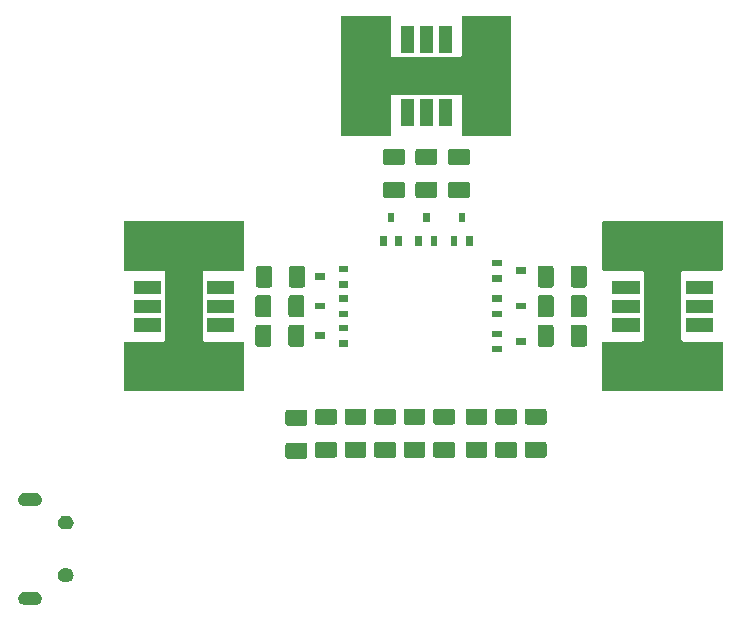
<source format=gbr>
G04 #@! TF.GenerationSoftware,KiCad,Pcbnew,5.1.6*
G04 #@! TF.CreationDate,2020-07-28T12:29:14+02:00*
G04 #@! TF.ProjectId,ESP32_lamp,45535033-325f-46c6-916d-702e6b696361,rev?*
G04 #@! TF.SameCoordinates,Original*
G04 #@! TF.FileFunction,Soldermask,Top*
G04 #@! TF.FilePolarity,Negative*
%FSLAX46Y46*%
G04 Gerber Fmt 4.6, Leading zero omitted, Abs format (unit mm)*
G04 Created by KiCad (PCBNEW 5.1.6) date 2020-07-28 12:29:14*
%MOMM*%
%LPD*%
G01*
G04 APERTURE LIST*
%ADD10C,0.100000*%
G04 APERTURE END LIST*
D10*
G36*
X136000000Y-112000000D02*
G01*
X133000000Y-112000000D01*
X133000000Y-108000000D01*
X136000000Y-108000000D01*
X136000000Y-112000000D01*
G37*
X136000000Y-112000000D02*
X133000000Y-112000000D01*
X133000000Y-108000000D01*
X136000000Y-108000000D01*
X136000000Y-112000000D01*
G36*
X153000000Y-92000000D02*
G01*
X153000000Y-89000000D01*
X157000000Y-89000000D01*
X157000000Y-92000000D01*
X153000000Y-92000000D01*
G37*
X153000000Y-92000000D02*
X153000000Y-89000000D01*
X157000000Y-89000000D01*
X157000000Y-92000000D01*
X153000000Y-92000000D01*
G36*
X173500000Y-108000000D02*
G01*
X176500000Y-108000000D01*
X176500000Y-112000000D01*
X173500000Y-112000000D01*
X173500000Y-108000000D01*
G37*
X173500000Y-108000000D02*
X176500000Y-108000000D01*
X176500000Y-112000000D01*
X173500000Y-112000000D01*
X173500000Y-108000000D01*
G36*
X122008015Y-134181973D02*
G01*
X122111879Y-134213479D01*
X122139055Y-134228005D01*
X122207600Y-134264643D01*
X122291501Y-134333499D01*
X122360357Y-134417400D01*
X122396995Y-134485945D01*
X122411521Y-134513121D01*
X122443027Y-134616985D01*
X122453666Y-134725000D01*
X122443027Y-134833015D01*
X122411521Y-134936879D01*
X122411519Y-134936882D01*
X122360357Y-135032600D01*
X122291501Y-135116501D01*
X122207600Y-135185357D01*
X122139055Y-135221995D01*
X122111879Y-135236521D01*
X122008015Y-135268027D01*
X121927067Y-135276000D01*
X120972933Y-135276000D01*
X120891985Y-135268027D01*
X120788121Y-135236521D01*
X120760945Y-135221995D01*
X120692400Y-135185357D01*
X120608499Y-135116501D01*
X120539643Y-135032600D01*
X120488481Y-134936882D01*
X120488479Y-134936879D01*
X120456973Y-134833015D01*
X120446334Y-134725000D01*
X120456973Y-134616985D01*
X120488479Y-134513121D01*
X120503005Y-134485945D01*
X120539643Y-134417400D01*
X120608499Y-134333499D01*
X120692400Y-134264643D01*
X120760945Y-134228005D01*
X120788121Y-134213479D01*
X120891985Y-134181973D01*
X120972933Y-134174000D01*
X121927067Y-134174000D01*
X122008015Y-134181973D01*
G37*
G36*
X124662916Y-132207334D02*
G01*
X124771492Y-132240271D01*
X124771495Y-132240272D01*
X124807601Y-132259571D01*
X124871557Y-132293756D01*
X124959264Y-132365736D01*
X125031244Y-132453443D01*
X125065429Y-132517399D01*
X125084728Y-132553505D01*
X125084729Y-132553508D01*
X125117666Y-132662084D01*
X125128787Y-132775000D01*
X125117666Y-132887916D01*
X125084729Y-132996492D01*
X125084728Y-132996495D01*
X125065429Y-133032601D01*
X125031244Y-133096557D01*
X124959264Y-133184264D01*
X124871557Y-133256244D01*
X124807601Y-133290429D01*
X124771495Y-133309728D01*
X124771492Y-133309729D01*
X124662916Y-133342666D01*
X124578298Y-133351000D01*
X124321702Y-133351000D01*
X124237084Y-133342666D01*
X124128508Y-133309729D01*
X124128505Y-133309728D01*
X124092399Y-133290429D01*
X124028443Y-133256244D01*
X123940736Y-133184264D01*
X123868756Y-133096557D01*
X123834571Y-133032601D01*
X123815272Y-132996495D01*
X123815271Y-132996492D01*
X123782334Y-132887916D01*
X123771213Y-132775000D01*
X123782334Y-132662084D01*
X123815271Y-132553508D01*
X123815272Y-132553505D01*
X123834571Y-132517399D01*
X123868756Y-132453443D01*
X123940736Y-132365736D01*
X124028443Y-132293756D01*
X124092399Y-132259571D01*
X124128505Y-132240272D01*
X124128508Y-132240271D01*
X124237084Y-132207334D01*
X124321702Y-132199000D01*
X124578298Y-132199000D01*
X124662916Y-132207334D01*
G37*
G36*
X124662916Y-127757334D02*
G01*
X124771492Y-127790271D01*
X124771495Y-127790272D01*
X124807601Y-127809571D01*
X124871557Y-127843756D01*
X124959264Y-127915736D01*
X125031244Y-128003443D01*
X125065429Y-128067399D01*
X125084728Y-128103505D01*
X125084729Y-128103508D01*
X125117666Y-128212084D01*
X125128787Y-128325000D01*
X125117666Y-128437916D01*
X125084729Y-128546492D01*
X125084728Y-128546495D01*
X125065429Y-128582601D01*
X125031244Y-128646557D01*
X124959264Y-128734264D01*
X124871557Y-128806244D01*
X124807601Y-128840429D01*
X124771495Y-128859728D01*
X124771492Y-128859729D01*
X124662916Y-128892666D01*
X124578298Y-128901000D01*
X124321702Y-128901000D01*
X124237084Y-128892666D01*
X124128508Y-128859729D01*
X124128505Y-128859728D01*
X124092399Y-128840429D01*
X124028443Y-128806244D01*
X123940736Y-128734264D01*
X123868756Y-128646557D01*
X123834571Y-128582601D01*
X123815272Y-128546495D01*
X123815271Y-128546492D01*
X123782334Y-128437916D01*
X123771213Y-128325000D01*
X123782334Y-128212084D01*
X123815271Y-128103508D01*
X123815272Y-128103505D01*
X123834571Y-128067399D01*
X123868756Y-128003443D01*
X123940736Y-127915736D01*
X124028443Y-127843756D01*
X124092399Y-127809571D01*
X124128505Y-127790272D01*
X124128508Y-127790271D01*
X124237084Y-127757334D01*
X124321702Y-127749000D01*
X124578298Y-127749000D01*
X124662916Y-127757334D01*
G37*
G36*
X122008015Y-125831973D02*
G01*
X122111879Y-125863479D01*
X122139055Y-125878005D01*
X122207600Y-125914643D01*
X122291501Y-125983499D01*
X122360357Y-126067400D01*
X122396995Y-126135945D01*
X122411521Y-126163121D01*
X122443027Y-126266985D01*
X122453666Y-126375000D01*
X122443027Y-126483015D01*
X122411521Y-126586879D01*
X122411519Y-126586882D01*
X122360357Y-126682600D01*
X122291501Y-126766501D01*
X122207600Y-126835357D01*
X122139055Y-126871995D01*
X122111879Y-126886521D01*
X122008015Y-126918027D01*
X121927067Y-126926000D01*
X120972933Y-126926000D01*
X120891985Y-126918027D01*
X120788121Y-126886521D01*
X120760945Y-126871995D01*
X120692400Y-126835357D01*
X120608499Y-126766501D01*
X120539643Y-126682600D01*
X120488481Y-126586882D01*
X120488479Y-126586879D01*
X120456973Y-126483015D01*
X120446334Y-126375000D01*
X120456973Y-126266985D01*
X120488479Y-126163121D01*
X120503005Y-126135945D01*
X120539643Y-126067400D01*
X120608499Y-125983499D01*
X120692400Y-125914643D01*
X120760945Y-125878005D01*
X120788121Y-125863479D01*
X120891985Y-125831973D01*
X120972933Y-125824000D01*
X121927067Y-125824000D01*
X122008015Y-125831973D01*
G37*
G36*
X144768604Y-121578347D02*
G01*
X144805144Y-121589432D01*
X144838821Y-121607433D01*
X144868341Y-121631659D01*
X144892567Y-121661179D01*
X144910568Y-121694856D01*
X144921653Y-121731396D01*
X144926000Y-121775538D01*
X144926000Y-122724462D01*
X144921653Y-122768604D01*
X144910568Y-122805144D01*
X144892567Y-122838821D01*
X144868341Y-122868341D01*
X144838821Y-122892567D01*
X144805144Y-122910568D01*
X144768604Y-122921653D01*
X144724462Y-122926000D01*
X143275538Y-122926000D01*
X143231396Y-122921653D01*
X143194856Y-122910568D01*
X143161179Y-122892567D01*
X143131659Y-122868341D01*
X143107433Y-122838821D01*
X143089432Y-122805144D01*
X143078347Y-122768604D01*
X143074000Y-122724462D01*
X143074000Y-121775538D01*
X143078347Y-121731396D01*
X143089432Y-121694856D01*
X143107433Y-121661179D01*
X143131659Y-121631659D01*
X143161179Y-121607433D01*
X143194856Y-121589432D01*
X143231396Y-121578347D01*
X143275538Y-121574000D01*
X144724462Y-121574000D01*
X144768604Y-121578347D01*
G37*
G36*
X165018604Y-121478347D02*
G01*
X165055144Y-121489432D01*
X165088821Y-121507433D01*
X165118341Y-121531659D01*
X165142567Y-121561179D01*
X165160568Y-121594856D01*
X165171653Y-121631396D01*
X165176000Y-121675538D01*
X165176000Y-122624462D01*
X165171653Y-122668604D01*
X165160568Y-122705144D01*
X165142567Y-122738821D01*
X165118341Y-122768341D01*
X165088821Y-122792567D01*
X165055144Y-122810568D01*
X165018604Y-122821653D01*
X164974462Y-122826000D01*
X163525538Y-122826000D01*
X163481396Y-122821653D01*
X163444856Y-122810568D01*
X163411179Y-122792567D01*
X163381659Y-122768341D01*
X163357433Y-122738821D01*
X163339432Y-122705144D01*
X163328347Y-122668604D01*
X163324000Y-122624462D01*
X163324000Y-121675538D01*
X163328347Y-121631396D01*
X163339432Y-121594856D01*
X163357433Y-121561179D01*
X163381659Y-121531659D01*
X163411179Y-121507433D01*
X163444856Y-121489432D01*
X163481396Y-121478347D01*
X163525538Y-121474000D01*
X164974462Y-121474000D01*
X165018604Y-121478347D01*
G37*
G36*
X147268604Y-121478347D02*
G01*
X147305144Y-121489432D01*
X147338821Y-121507433D01*
X147368341Y-121531659D01*
X147392567Y-121561179D01*
X147410568Y-121594856D01*
X147421653Y-121631396D01*
X147426000Y-121675538D01*
X147426000Y-122624462D01*
X147421653Y-122668604D01*
X147410568Y-122705144D01*
X147392567Y-122738821D01*
X147368341Y-122768341D01*
X147338821Y-122792567D01*
X147305144Y-122810568D01*
X147268604Y-122821653D01*
X147224462Y-122826000D01*
X145775538Y-122826000D01*
X145731396Y-122821653D01*
X145694856Y-122810568D01*
X145661179Y-122792567D01*
X145631659Y-122768341D01*
X145607433Y-122738821D01*
X145589432Y-122705144D01*
X145578347Y-122668604D01*
X145574000Y-122624462D01*
X145574000Y-121675538D01*
X145578347Y-121631396D01*
X145589432Y-121594856D01*
X145607433Y-121561179D01*
X145631659Y-121531659D01*
X145661179Y-121507433D01*
X145694856Y-121489432D01*
X145731396Y-121478347D01*
X145775538Y-121474000D01*
X147224462Y-121474000D01*
X147268604Y-121478347D01*
G37*
G36*
X149768604Y-121478347D02*
G01*
X149805144Y-121489432D01*
X149838821Y-121507433D01*
X149868341Y-121531659D01*
X149892567Y-121561179D01*
X149910568Y-121594856D01*
X149921653Y-121631396D01*
X149926000Y-121675538D01*
X149926000Y-122624462D01*
X149921653Y-122668604D01*
X149910568Y-122705144D01*
X149892567Y-122738821D01*
X149868341Y-122768341D01*
X149838821Y-122792567D01*
X149805144Y-122810568D01*
X149768604Y-122821653D01*
X149724462Y-122826000D01*
X148275538Y-122826000D01*
X148231396Y-122821653D01*
X148194856Y-122810568D01*
X148161179Y-122792567D01*
X148131659Y-122768341D01*
X148107433Y-122738821D01*
X148089432Y-122705144D01*
X148078347Y-122668604D01*
X148074000Y-122624462D01*
X148074000Y-121675538D01*
X148078347Y-121631396D01*
X148089432Y-121594856D01*
X148107433Y-121561179D01*
X148131659Y-121531659D01*
X148161179Y-121507433D01*
X148194856Y-121489432D01*
X148231396Y-121478347D01*
X148275538Y-121474000D01*
X149724462Y-121474000D01*
X149768604Y-121478347D01*
G37*
G36*
X160018604Y-121478347D02*
G01*
X160055144Y-121489432D01*
X160088821Y-121507433D01*
X160118341Y-121531659D01*
X160142567Y-121561179D01*
X160160568Y-121594856D01*
X160171653Y-121631396D01*
X160176000Y-121675538D01*
X160176000Y-122624462D01*
X160171653Y-122668604D01*
X160160568Y-122705144D01*
X160142567Y-122738821D01*
X160118341Y-122768341D01*
X160088821Y-122792567D01*
X160055144Y-122810568D01*
X160018604Y-122821653D01*
X159974462Y-122826000D01*
X158525538Y-122826000D01*
X158481396Y-122821653D01*
X158444856Y-122810568D01*
X158411179Y-122792567D01*
X158381659Y-122768341D01*
X158357433Y-122738821D01*
X158339432Y-122705144D01*
X158328347Y-122668604D01*
X158324000Y-122624462D01*
X158324000Y-121675538D01*
X158328347Y-121631396D01*
X158339432Y-121594856D01*
X158357433Y-121561179D01*
X158381659Y-121531659D01*
X158411179Y-121507433D01*
X158444856Y-121489432D01*
X158481396Y-121478347D01*
X158525538Y-121474000D01*
X159974462Y-121474000D01*
X160018604Y-121478347D01*
G37*
G36*
X152268604Y-121478347D02*
G01*
X152305144Y-121489432D01*
X152338821Y-121507433D01*
X152368341Y-121531659D01*
X152392567Y-121561179D01*
X152410568Y-121594856D01*
X152421653Y-121631396D01*
X152426000Y-121675538D01*
X152426000Y-122624462D01*
X152421653Y-122668604D01*
X152410568Y-122705144D01*
X152392567Y-122738821D01*
X152368341Y-122768341D01*
X152338821Y-122792567D01*
X152305144Y-122810568D01*
X152268604Y-122821653D01*
X152224462Y-122826000D01*
X150775538Y-122826000D01*
X150731396Y-122821653D01*
X150694856Y-122810568D01*
X150661179Y-122792567D01*
X150631659Y-122768341D01*
X150607433Y-122738821D01*
X150589432Y-122705144D01*
X150578347Y-122668604D01*
X150574000Y-122624462D01*
X150574000Y-121675538D01*
X150578347Y-121631396D01*
X150589432Y-121594856D01*
X150607433Y-121561179D01*
X150631659Y-121531659D01*
X150661179Y-121507433D01*
X150694856Y-121489432D01*
X150731396Y-121478347D01*
X150775538Y-121474000D01*
X152224462Y-121474000D01*
X152268604Y-121478347D01*
G37*
G36*
X157268604Y-121478347D02*
G01*
X157305144Y-121489432D01*
X157338821Y-121507433D01*
X157368341Y-121531659D01*
X157392567Y-121561179D01*
X157410568Y-121594856D01*
X157421653Y-121631396D01*
X157426000Y-121675538D01*
X157426000Y-122624462D01*
X157421653Y-122668604D01*
X157410568Y-122705144D01*
X157392567Y-122738821D01*
X157368341Y-122768341D01*
X157338821Y-122792567D01*
X157305144Y-122810568D01*
X157268604Y-122821653D01*
X157224462Y-122826000D01*
X155775538Y-122826000D01*
X155731396Y-122821653D01*
X155694856Y-122810568D01*
X155661179Y-122792567D01*
X155631659Y-122768341D01*
X155607433Y-122738821D01*
X155589432Y-122705144D01*
X155578347Y-122668604D01*
X155574000Y-122624462D01*
X155574000Y-121675538D01*
X155578347Y-121631396D01*
X155589432Y-121594856D01*
X155607433Y-121561179D01*
X155631659Y-121531659D01*
X155661179Y-121507433D01*
X155694856Y-121489432D01*
X155731396Y-121478347D01*
X155775538Y-121474000D01*
X157224462Y-121474000D01*
X157268604Y-121478347D01*
G37*
G36*
X162518604Y-121478347D02*
G01*
X162555144Y-121489432D01*
X162588821Y-121507433D01*
X162618341Y-121531659D01*
X162642567Y-121561179D01*
X162660568Y-121594856D01*
X162671653Y-121631396D01*
X162676000Y-121675538D01*
X162676000Y-122624462D01*
X162671653Y-122668604D01*
X162660568Y-122705144D01*
X162642567Y-122738821D01*
X162618341Y-122768341D01*
X162588821Y-122792567D01*
X162555144Y-122810568D01*
X162518604Y-122821653D01*
X162474462Y-122826000D01*
X161025538Y-122826000D01*
X160981396Y-122821653D01*
X160944856Y-122810568D01*
X160911179Y-122792567D01*
X160881659Y-122768341D01*
X160857433Y-122738821D01*
X160839432Y-122705144D01*
X160828347Y-122668604D01*
X160824000Y-122624462D01*
X160824000Y-121675538D01*
X160828347Y-121631396D01*
X160839432Y-121594856D01*
X160857433Y-121561179D01*
X160881659Y-121531659D01*
X160911179Y-121507433D01*
X160944856Y-121489432D01*
X160981396Y-121478347D01*
X161025538Y-121474000D01*
X162474462Y-121474000D01*
X162518604Y-121478347D01*
G37*
G36*
X154768604Y-121478347D02*
G01*
X154805144Y-121489432D01*
X154838821Y-121507433D01*
X154868341Y-121531659D01*
X154892567Y-121561179D01*
X154910568Y-121594856D01*
X154921653Y-121631396D01*
X154926000Y-121675538D01*
X154926000Y-122624462D01*
X154921653Y-122668604D01*
X154910568Y-122705144D01*
X154892567Y-122738821D01*
X154868341Y-122768341D01*
X154838821Y-122792567D01*
X154805144Y-122810568D01*
X154768604Y-122821653D01*
X154724462Y-122826000D01*
X153275538Y-122826000D01*
X153231396Y-122821653D01*
X153194856Y-122810568D01*
X153161179Y-122792567D01*
X153131659Y-122768341D01*
X153107433Y-122738821D01*
X153089432Y-122705144D01*
X153078347Y-122668604D01*
X153074000Y-122624462D01*
X153074000Y-121675538D01*
X153078347Y-121631396D01*
X153089432Y-121594856D01*
X153107433Y-121561179D01*
X153131659Y-121531659D01*
X153161179Y-121507433D01*
X153194856Y-121489432D01*
X153231396Y-121478347D01*
X153275538Y-121474000D01*
X154724462Y-121474000D01*
X154768604Y-121478347D01*
G37*
G36*
X144768604Y-118778347D02*
G01*
X144805144Y-118789432D01*
X144838821Y-118807433D01*
X144868341Y-118831659D01*
X144892567Y-118861179D01*
X144910568Y-118894856D01*
X144921653Y-118931396D01*
X144926000Y-118975538D01*
X144926000Y-119924462D01*
X144921653Y-119968604D01*
X144910568Y-120005144D01*
X144892567Y-120038821D01*
X144868341Y-120068341D01*
X144838821Y-120092567D01*
X144805144Y-120110568D01*
X144768604Y-120121653D01*
X144724462Y-120126000D01*
X143275538Y-120126000D01*
X143231396Y-120121653D01*
X143194856Y-120110568D01*
X143161179Y-120092567D01*
X143131659Y-120068341D01*
X143107433Y-120038821D01*
X143089432Y-120005144D01*
X143078347Y-119968604D01*
X143074000Y-119924462D01*
X143074000Y-118975538D01*
X143078347Y-118931396D01*
X143089432Y-118894856D01*
X143107433Y-118861179D01*
X143131659Y-118831659D01*
X143161179Y-118807433D01*
X143194856Y-118789432D01*
X143231396Y-118778347D01*
X143275538Y-118774000D01*
X144724462Y-118774000D01*
X144768604Y-118778347D01*
G37*
G36*
X154768604Y-118678347D02*
G01*
X154805144Y-118689432D01*
X154838821Y-118707433D01*
X154868341Y-118731659D01*
X154892567Y-118761179D01*
X154910568Y-118794856D01*
X154921653Y-118831396D01*
X154926000Y-118875538D01*
X154926000Y-119824462D01*
X154921653Y-119868604D01*
X154910568Y-119905144D01*
X154892567Y-119938821D01*
X154868341Y-119968341D01*
X154838821Y-119992567D01*
X154805144Y-120010568D01*
X154768604Y-120021653D01*
X154724462Y-120026000D01*
X153275538Y-120026000D01*
X153231396Y-120021653D01*
X153194856Y-120010568D01*
X153161179Y-119992567D01*
X153131659Y-119968341D01*
X153107433Y-119938821D01*
X153089432Y-119905144D01*
X153078347Y-119868604D01*
X153074000Y-119824462D01*
X153074000Y-118875538D01*
X153078347Y-118831396D01*
X153089432Y-118794856D01*
X153107433Y-118761179D01*
X153131659Y-118731659D01*
X153161179Y-118707433D01*
X153194856Y-118689432D01*
X153231396Y-118678347D01*
X153275538Y-118674000D01*
X154724462Y-118674000D01*
X154768604Y-118678347D01*
G37*
G36*
X147268604Y-118678347D02*
G01*
X147305144Y-118689432D01*
X147338821Y-118707433D01*
X147368341Y-118731659D01*
X147392567Y-118761179D01*
X147410568Y-118794856D01*
X147421653Y-118831396D01*
X147426000Y-118875538D01*
X147426000Y-119824462D01*
X147421653Y-119868604D01*
X147410568Y-119905144D01*
X147392567Y-119938821D01*
X147368341Y-119968341D01*
X147338821Y-119992567D01*
X147305144Y-120010568D01*
X147268604Y-120021653D01*
X147224462Y-120026000D01*
X145775538Y-120026000D01*
X145731396Y-120021653D01*
X145694856Y-120010568D01*
X145661179Y-119992567D01*
X145631659Y-119968341D01*
X145607433Y-119938821D01*
X145589432Y-119905144D01*
X145578347Y-119868604D01*
X145574000Y-119824462D01*
X145574000Y-118875538D01*
X145578347Y-118831396D01*
X145589432Y-118794856D01*
X145607433Y-118761179D01*
X145631659Y-118731659D01*
X145661179Y-118707433D01*
X145694856Y-118689432D01*
X145731396Y-118678347D01*
X145775538Y-118674000D01*
X147224462Y-118674000D01*
X147268604Y-118678347D01*
G37*
G36*
X152268604Y-118678347D02*
G01*
X152305144Y-118689432D01*
X152338821Y-118707433D01*
X152368341Y-118731659D01*
X152392567Y-118761179D01*
X152410568Y-118794856D01*
X152421653Y-118831396D01*
X152426000Y-118875538D01*
X152426000Y-119824462D01*
X152421653Y-119868604D01*
X152410568Y-119905144D01*
X152392567Y-119938821D01*
X152368341Y-119968341D01*
X152338821Y-119992567D01*
X152305144Y-120010568D01*
X152268604Y-120021653D01*
X152224462Y-120026000D01*
X150775538Y-120026000D01*
X150731396Y-120021653D01*
X150694856Y-120010568D01*
X150661179Y-119992567D01*
X150631659Y-119968341D01*
X150607433Y-119938821D01*
X150589432Y-119905144D01*
X150578347Y-119868604D01*
X150574000Y-119824462D01*
X150574000Y-118875538D01*
X150578347Y-118831396D01*
X150589432Y-118794856D01*
X150607433Y-118761179D01*
X150631659Y-118731659D01*
X150661179Y-118707433D01*
X150694856Y-118689432D01*
X150731396Y-118678347D01*
X150775538Y-118674000D01*
X152224462Y-118674000D01*
X152268604Y-118678347D01*
G37*
G36*
X165018604Y-118678347D02*
G01*
X165055144Y-118689432D01*
X165088821Y-118707433D01*
X165118341Y-118731659D01*
X165142567Y-118761179D01*
X165160568Y-118794856D01*
X165171653Y-118831396D01*
X165176000Y-118875538D01*
X165176000Y-119824462D01*
X165171653Y-119868604D01*
X165160568Y-119905144D01*
X165142567Y-119938821D01*
X165118341Y-119968341D01*
X165088821Y-119992567D01*
X165055144Y-120010568D01*
X165018604Y-120021653D01*
X164974462Y-120026000D01*
X163525538Y-120026000D01*
X163481396Y-120021653D01*
X163444856Y-120010568D01*
X163411179Y-119992567D01*
X163381659Y-119968341D01*
X163357433Y-119938821D01*
X163339432Y-119905144D01*
X163328347Y-119868604D01*
X163324000Y-119824462D01*
X163324000Y-118875538D01*
X163328347Y-118831396D01*
X163339432Y-118794856D01*
X163357433Y-118761179D01*
X163381659Y-118731659D01*
X163411179Y-118707433D01*
X163444856Y-118689432D01*
X163481396Y-118678347D01*
X163525538Y-118674000D01*
X164974462Y-118674000D01*
X165018604Y-118678347D01*
G37*
G36*
X160018604Y-118678347D02*
G01*
X160055144Y-118689432D01*
X160088821Y-118707433D01*
X160118341Y-118731659D01*
X160142567Y-118761179D01*
X160160568Y-118794856D01*
X160171653Y-118831396D01*
X160176000Y-118875538D01*
X160176000Y-119824462D01*
X160171653Y-119868604D01*
X160160568Y-119905144D01*
X160142567Y-119938821D01*
X160118341Y-119968341D01*
X160088821Y-119992567D01*
X160055144Y-120010568D01*
X160018604Y-120021653D01*
X159974462Y-120026000D01*
X158525538Y-120026000D01*
X158481396Y-120021653D01*
X158444856Y-120010568D01*
X158411179Y-119992567D01*
X158381659Y-119968341D01*
X158357433Y-119938821D01*
X158339432Y-119905144D01*
X158328347Y-119868604D01*
X158324000Y-119824462D01*
X158324000Y-118875538D01*
X158328347Y-118831396D01*
X158339432Y-118794856D01*
X158357433Y-118761179D01*
X158381659Y-118731659D01*
X158411179Y-118707433D01*
X158444856Y-118689432D01*
X158481396Y-118678347D01*
X158525538Y-118674000D01*
X159974462Y-118674000D01*
X160018604Y-118678347D01*
G37*
G36*
X162518604Y-118678347D02*
G01*
X162555144Y-118689432D01*
X162588821Y-118707433D01*
X162618341Y-118731659D01*
X162642567Y-118761179D01*
X162660568Y-118794856D01*
X162671653Y-118831396D01*
X162676000Y-118875538D01*
X162676000Y-119824462D01*
X162671653Y-119868604D01*
X162660568Y-119905144D01*
X162642567Y-119938821D01*
X162618341Y-119968341D01*
X162588821Y-119992567D01*
X162555144Y-120010568D01*
X162518604Y-120021653D01*
X162474462Y-120026000D01*
X161025538Y-120026000D01*
X160981396Y-120021653D01*
X160944856Y-120010568D01*
X160911179Y-119992567D01*
X160881659Y-119968341D01*
X160857433Y-119938821D01*
X160839432Y-119905144D01*
X160828347Y-119868604D01*
X160824000Y-119824462D01*
X160824000Y-118875538D01*
X160828347Y-118831396D01*
X160839432Y-118794856D01*
X160857433Y-118761179D01*
X160881659Y-118731659D01*
X160911179Y-118707433D01*
X160944856Y-118689432D01*
X160981396Y-118678347D01*
X161025538Y-118674000D01*
X162474462Y-118674000D01*
X162518604Y-118678347D01*
G37*
G36*
X157268604Y-118678347D02*
G01*
X157305144Y-118689432D01*
X157338821Y-118707433D01*
X157368341Y-118731659D01*
X157392567Y-118761179D01*
X157410568Y-118794856D01*
X157421653Y-118831396D01*
X157426000Y-118875538D01*
X157426000Y-119824462D01*
X157421653Y-119868604D01*
X157410568Y-119905144D01*
X157392567Y-119938821D01*
X157368341Y-119968341D01*
X157338821Y-119992567D01*
X157305144Y-120010568D01*
X157268604Y-120021653D01*
X157224462Y-120026000D01*
X155775538Y-120026000D01*
X155731396Y-120021653D01*
X155694856Y-120010568D01*
X155661179Y-119992567D01*
X155631659Y-119968341D01*
X155607433Y-119938821D01*
X155589432Y-119905144D01*
X155578347Y-119868604D01*
X155574000Y-119824462D01*
X155574000Y-118875538D01*
X155578347Y-118831396D01*
X155589432Y-118794856D01*
X155607433Y-118761179D01*
X155631659Y-118731659D01*
X155661179Y-118707433D01*
X155694856Y-118689432D01*
X155731396Y-118678347D01*
X155775538Y-118674000D01*
X157224462Y-118674000D01*
X157268604Y-118678347D01*
G37*
G36*
X149768604Y-118678347D02*
G01*
X149805144Y-118689432D01*
X149838821Y-118707433D01*
X149868341Y-118731659D01*
X149892567Y-118761179D01*
X149910568Y-118794856D01*
X149921653Y-118831396D01*
X149926000Y-118875538D01*
X149926000Y-119824462D01*
X149921653Y-119868604D01*
X149910568Y-119905144D01*
X149892567Y-119938821D01*
X149868341Y-119968341D01*
X149838821Y-119992567D01*
X149805144Y-120010568D01*
X149768604Y-120021653D01*
X149724462Y-120026000D01*
X148275538Y-120026000D01*
X148231396Y-120021653D01*
X148194856Y-120010568D01*
X148161179Y-119992567D01*
X148131659Y-119968341D01*
X148107433Y-119938821D01*
X148089432Y-119905144D01*
X148078347Y-119868604D01*
X148074000Y-119824462D01*
X148074000Y-118875538D01*
X148078347Y-118831396D01*
X148089432Y-118794856D01*
X148107433Y-118761179D01*
X148131659Y-118731659D01*
X148161179Y-118707433D01*
X148194856Y-118689432D01*
X148231396Y-118678347D01*
X148275538Y-118674000D01*
X149724462Y-118674000D01*
X149768604Y-118678347D01*
G37*
G36*
X180008126Y-102798698D02*
G01*
X180008730Y-102798757D01*
X180029460Y-102802881D01*
X180047842Y-102810495D01*
X180064386Y-102821550D01*
X180078450Y-102835614D01*
X180089505Y-102852158D01*
X180097119Y-102870540D01*
X180101243Y-102891270D01*
X180101302Y-102891874D01*
X180101852Y-102903062D01*
X180101852Y-106896938D01*
X180101302Y-106908126D01*
X180101243Y-106908730D01*
X180097119Y-106929460D01*
X180089505Y-106947842D01*
X180078450Y-106964386D01*
X180064386Y-106978450D01*
X180047842Y-106989505D01*
X180029460Y-106997119D01*
X180008730Y-107001243D01*
X180008126Y-107001302D01*
X179996938Y-107001852D01*
X176726851Y-107001852D01*
X176702465Y-107004254D01*
X176679016Y-107011367D01*
X176657405Y-107022918D01*
X176638463Y-107038463D01*
X176622918Y-107057405D01*
X176611367Y-107079016D01*
X176604254Y-107102465D01*
X176601852Y-107126851D01*
X176601852Y-112873149D01*
X176604254Y-112897535D01*
X176611367Y-112920984D01*
X176622918Y-112942595D01*
X176638463Y-112961537D01*
X176657405Y-112977082D01*
X176679016Y-112988633D01*
X176702465Y-112995746D01*
X176726851Y-112998148D01*
X179996938Y-112998148D01*
X180008126Y-112998698D01*
X180008730Y-112998757D01*
X180029460Y-113002881D01*
X180047842Y-113010495D01*
X180064386Y-113021550D01*
X180078450Y-113035614D01*
X180089505Y-113052158D01*
X180097119Y-113070540D01*
X180101243Y-113091270D01*
X180101302Y-113091874D01*
X180101852Y-113103062D01*
X180101852Y-117096938D01*
X180101302Y-117108126D01*
X180101243Y-117108730D01*
X180097119Y-117129460D01*
X180089505Y-117147842D01*
X180078450Y-117164386D01*
X180064386Y-117178450D01*
X180047842Y-117189505D01*
X180029460Y-117197119D01*
X180008730Y-117201243D01*
X180008126Y-117201302D01*
X179996938Y-117201852D01*
X170003062Y-117201852D01*
X169991874Y-117201302D01*
X169991270Y-117201243D01*
X169970540Y-117197119D01*
X169952158Y-117189505D01*
X169935614Y-117178450D01*
X169921550Y-117164386D01*
X169910495Y-117147842D01*
X169902881Y-117129460D01*
X169898757Y-117108730D01*
X169898698Y-117108126D01*
X169898148Y-117096938D01*
X169898148Y-113103062D01*
X169898698Y-113091874D01*
X169898757Y-113091270D01*
X169902881Y-113070540D01*
X169910495Y-113052158D01*
X169921550Y-113035614D01*
X169935614Y-113021550D01*
X169952158Y-113010495D01*
X169970540Y-113002881D01*
X169991270Y-112998757D01*
X169991874Y-112998698D01*
X170003062Y-112998148D01*
X173273149Y-112998148D01*
X173297535Y-112995746D01*
X173320984Y-112988633D01*
X173342595Y-112977082D01*
X173361537Y-112961537D01*
X173377082Y-112942595D01*
X173388633Y-112920984D01*
X173395746Y-112897535D01*
X173398148Y-112873149D01*
X173398148Y-107126851D01*
X173395746Y-107102465D01*
X173388633Y-107079016D01*
X173377082Y-107057405D01*
X173361537Y-107038463D01*
X173342595Y-107022918D01*
X173320984Y-107011367D01*
X173297535Y-107004254D01*
X173273149Y-107001852D01*
X170003062Y-107001852D01*
X169991874Y-107001302D01*
X169991270Y-107001243D01*
X169970540Y-106997119D01*
X169952158Y-106989505D01*
X169935614Y-106978450D01*
X169921550Y-106964386D01*
X169910495Y-106947842D01*
X169902881Y-106929460D01*
X169898757Y-106908730D01*
X169898698Y-106908126D01*
X169898148Y-106896938D01*
X169898148Y-102903062D01*
X169898698Y-102891874D01*
X169898757Y-102891270D01*
X169902881Y-102870540D01*
X169910495Y-102852158D01*
X169921550Y-102835614D01*
X169935614Y-102821550D01*
X169952158Y-102810495D01*
X169970540Y-102802881D01*
X169991270Y-102798757D01*
X169991874Y-102798698D01*
X170003062Y-102798148D01*
X179996938Y-102798148D01*
X180008126Y-102798698D01*
G37*
G36*
X139508126Y-102798698D02*
G01*
X139508730Y-102798757D01*
X139529460Y-102802881D01*
X139547842Y-102810495D01*
X139564386Y-102821550D01*
X139578450Y-102835614D01*
X139589505Y-102852158D01*
X139597119Y-102870540D01*
X139601243Y-102891270D01*
X139601302Y-102891874D01*
X139601852Y-102903062D01*
X139601852Y-106896938D01*
X139601302Y-106908126D01*
X139601243Y-106908730D01*
X139597119Y-106929460D01*
X139589505Y-106947842D01*
X139578450Y-106964386D01*
X139564386Y-106978450D01*
X139547842Y-106989505D01*
X139529460Y-106997119D01*
X139508730Y-107001243D01*
X139508126Y-107001302D01*
X139496938Y-107001852D01*
X136226851Y-107001852D01*
X136202465Y-107004254D01*
X136179016Y-107011367D01*
X136157405Y-107022918D01*
X136138463Y-107038463D01*
X136122918Y-107057405D01*
X136111367Y-107079016D01*
X136104254Y-107102465D01*
X136101852Y-107126851D01*
X136101852Y-112873149D01*
X136104254Y-112897535D01*
X136111367Y-112920984D01*
X136122918Y-112942595D01*
X136138463Y-112961537D01*
X136157405Y-112977082D01*
X136179016Y-112988633D01*
X136202465Y-112995746D01*
X136226851Y-112998148D01*
X139496938Y-112998148D01*
X139508126Y-112998698D01*
X139508730Y-112998757D01*
X139529460Y-113002881D01*
X139547842Y-113010495D01*
X139564386Y-113021550D01*
X139578450Y-113035614D01*
X139589505Y-113052158D01*
X139597119Y-113070540D01*
X139601243Y-113091270D01*
X139601302Y-113091874D01*
X139601852Y-113103062D01*
X139601852Y-117096938D01*
X139601302Y-117108126D01*
X139601243Y-117108730D01*
X139597119Y-117129460D01*
X139589505Y-117147842D01*
X139578450Y-117164386D01*
X139564386Y-117178450D01*
X139547842Y-117189505D01*
X139529460Y-117197119D01*
X139508730Y-117201243D01*
X139508126Y-117201302D01*
X139496938Y-117201852D01*
X129503062Y-117201852D01*
X129491874Y-117201302D01*
X129491270Y-117201243D01*
X129470540Y-117197119D01*
X129452158Y-117189505D01*
X129435614Y-117178450D01*
X129421550Y-117164386D01*
X129410495Y-117147842D01*
X129402881Y-117129460D01*
X129398757Y-117108730D01*
X129398698Y-117108126D01*
X129398148Y-117096938D01*
X129398148Y-113103062D01*
X129398698Y-113091874D01*
X129398757Y-113091270D01*
X129402881Y-113070540D01*
X129410495Y-113052158D01*
X129421550Y-113035614D01*
X129435614Y-113021550D01*
X129452158Y-113010495D01*
X129470540Y-113002881D01*
X129491270Y-112998757D01*
X129491874Y-112998698D01*
X129503062Y-112998148D01*
X132773149Y-112998148D01*
X132797535Y-112995746D01*
X132820984Y-112988633D01*
X132842595Y-112977082D01*
X132861537Y-112961537D01*
X132877082Y-112942595D01*
X132888633Y-112920984D01*
X132895746Y-112897535D01*
X132898148Y-112873149D01*
X132898148Y-107126851D01*
X132895746Y-107102465D01*
X132888633Y-107079016D01*
X132877082Y-107057405D01*
X132861537Y-107038463D01*
X132842595Y-107022918D01*
X132820984Y-107011367D01*
X132797535Y-107004254D01*
X132773149Y-107001852D01*
X129503062Y-107001852D01*
X129491874Y-107001302D01*
X129491270Y-107001243D01*
X129470540Y-106997119D01*
X129452158Y-106989505D01*
X129435614Y-106978450D01*
X129421550Y-106964386D01*
X129410495Y-106947842D01*
X129402881Y-106929460D01*
X129398757Y-106908730D01*
X129398698Y-106908126D01*
X129398148Y-106896938D01*
X129398148Y-102903062D01*
X129398698Y-102891874D01*
X129398757Y-102891270D01*
X129402881Y-102870540D01*
X129410495Y-102852158D01*
X129421550Y-102835614D01*
X129435614Y-102821550D01*
X129452158Y-102810495D01*
X129470540Y-102802881D01*
X129491270Y-102798757D01*
X129491874Y-102798698D01*
X129503062Y-102798148D01*
X139496938Y-102798148D01*
X139508126Y-102798698D01*
G37*
G36*
X161401000Y-113926000D02*
G01*
X160599000Y-113926000D01*
X160599000Y-113374000D01*
X161401000Y-113374000D01*
X161401000Y-113926000D01*
G37*
G36*
X148401000Y-113426000D02*
G01*
X147599000Y-113426000D01*
X147599000Y-112874000D01*
X148401000Y-112874000D01*
X148401000Y-113426000D01*
G37*
G36*
X168418604Y-111578347D02*
G01*
X168455144Y-111589432D01*
X168488821Y-111607433D01*
X168518341Y-111631659D01*
X168542567Y-111661179D01*
X168560568Y-111694856D01*
X168571653Y-111731396D01*
X168576000Y-111775538D01*
X168576000Y-113224462D01*
X168571653Y-113268604D01*
X168560568Y-113305144D01*
X168542567Y-113338821D01*
X168518341Y-113368341D01*
X168488821Y-113392567D01*
X168455144Y-113410568D01*
X168418604Y-113421653D01*
X168374462Y-113426000D01*
X167425538Y-113426000D01*
X167381396Y-113421653D01*
X167344856Y-113410568D01*
X167311179Y-113392567D01*
X167281659Y-113368341D01*
X167257433Y-113338821D01*
X167239432Y-113305144D01*
X167228347Y-113268604D01*
X167224000Y-113224462D01*
X167224000Y-111775538D01*
X167228347Y-111731396D01*
X167239432Y-111694856D01*
X167257433Y-111661179D01*
X167281659Y-111631659D01*
X167311179Y-111607433D01*
X167344856Y-111589432D01*
X167381396Y-111578347D01*
X167425538Y-111574000D01*
X168374462Y-111574000D01*
X168418604Y-111578347D01*
G37*
G36*
X144518604Y-111578347D02*
G01*
X144555144Y-111589432D01*
X144588821Y-111607433D01*
X144618341Y-111631659D01*
X144642567Y-111661179D01*
X144660568Y-111694856D01*
X144671653Y-111731396D01*
X144676000Y-111775538D01*
X144676000Y-113224462D01*
X144671653Y-113268604D01*
X144660568Y-113305144D01*
X144642567Y-113338821D01*
X144618341Y-113368341D01*
X144588821Y-113392567D01*
X144555144Y-113410568D01*
X144518604Y-113421653D01*
X144474462Y-113426000D01*
X143525538Y-113426000D01*
X143481396Y-113421653D01*
X143444856Y-113410568D01*
X143411179Y-113392567D01*
X143381659Y-113368341D01*
X143357433Y-113338821D01*
X143339432Y-113305144D01*
X143328347Y-113268604D01*
X143324000Y-113224462D01*
X143324000Y-111775538D01*
X143328347Y-111731396D01*
X143339432Y-111694856D01*
X143357433Y-111661179D01*
X143381659Y-111631659D01*
X143411179Y-111607433D01*
X143444856Y-111589432D01*
X143481396Y-111578347D01*
X143525538Y-111574000D01*
X144474462Y-111574000D01*
X144518604Y-111578347D01*
G37*
G36*
X165618604Y-111578347D02*
G01*
X165655144Y-111589432D01*
X165688821Y-111607433D01*
X165718341Y-111631659D01*
X165742567Y-111661179D01*
X165760568Y-111694856D01*
X165771653Y-111731396D01*
X165776000Y-111775538D01*
X165776000Y-113224462D01*
X165771653Y-113268604D01*
X165760568Y-113305144D01*
X165742567Y-113338821D01*
X165718341Y-113368341D01*
X165688821Y-113392567D01*
X165655144Y-113410568D01*
X165618604Y-113421653D01*
X165574462Y-113426000D01*
X164625538Y-113426000D01*
X164581396Y-113421653D01*
X164544856Y-113410568D01*
X164511179Y-113392567D01*
X164481659Y-113368341D01*
X164457433Y-113338821D01*
X164439432Y-113305144D01*
X164428347Y-113268604D01*
X164424000Y-113224462D01*
X164424000Y-111775538D01*
X164428347Y-111731396D01*
X164439432Y-111694856D01*
X164457433Y-111661179D01*
X164481659Y-111631659D01*
X164511179Y-111607433D01*
X164544856Y-111589432D01*
X164581396Y-111578347D01*
X164625538Y-111574000D01*
X165574462Y-111574000D01*
X165618604Y-111578347D01*
G37*
G36*
X141718604Y-111578347D02*
G01*
X141755144Y-111589432D01*
X141788821Y-111607433D01*
X141818341Y-111631659D01*
X141842567Y-111661179D01*
X141860568Y-111694856D01*
X141871653Y-111731396D01*
X141876000Y-111775538D01*
X141876000Y-113224462D01*
X141871653Y-113268604D01*
X141860568Y-113305144D01*
X141842567Y-113338821D01*
X141818341Y-113368341D01*
X141788821Y-113392567D01*
X141755144Y-113410568D01*
X141718604Y-113421653D01*
X141674462Y-113426000D01*
X140725538Y-113426000D01*
X140681396Y-113421653D01*
X140644856Y-113410568D01*
X140611179Y-113392567D01*
X140581659Y-113368341D01*
X140557433Y-113338821D01*
X140539432Y-113305144D01*
X140528347Y-113268604D01*
X140524000Y-113224462D01*
X140524000Y-111775538D01*
X140528347Y-111731396D01*
X140539432Y-111694856D01*
X140557433Y-111661179D01*
X140581659Y-111631659D01*
X140611179Y-111607433D01*
X140644856Y-111589432D01*
X140681396Y-111578347D01*
X140725538Y-111574000D01*
X141674462Y-111574000D01*
X141718604Y-111578347D01*
G37*
G36*
X163401000Y-113276000D02*
G01*
X162599000Y-113276000D01*
X162599000Y-112724000D01*
X163401000Y-112724000D01*
X163401000Y-113276000D01*
G37*
G36*
X146401000Y-112776000D02*
G01*
X145599000Y-112776000D01*
X145599000Y-112224000D01*
X146401000Y-112224000D01*
X146401000Y-112776000D01*
G37*
G36*
X161401000Y-112626000D02*
G01*
X160599000Y-112626000D01*
X160599000Y-112074000D01*
X161401000Y-112074000D01*
X161401000Y-112626000D01*
G37*
G36*
X138751000Y-112151000D02*
G01*
X136449000Y-112151000D01*
X136449000Y-111049000D01*
X138751000Y-111049000D01*
X138751000Y-112151000D01*
G37*
G36*
X132551000Y-112151000D02*
G01*
X130249000Y-112151000D01*
X130249000Y-111049000D01*
X132551000Y-111049000D01*
X132551000Y-112151000D01*
G37*
G36*
X173051000Y-112151000D02*
G01*
X170749000Y-112151000D01*
X170749000Y-111049000D01*
X173051000Y-111049000D01*
X173051000Y-112151000D01*
G37*
G36*
X179251000Y-112151000D02*
G01*
X176949000Y-112151000D01*
X176949000Y-111049000D01*
X179251000Y-111049000D01*
X179251000Y-112151000D01*
G37*
G36*
X148401000Y-112126000D02*
G01*
X147599000Y-112126000D01*
X147599000Y-111574000D01*
X148401000Y-111574000D01*
X148401000Y-112126000D01*
G37*
G36*
X165618604Y-109078347D02*
G01*
X165655144Y-109089432D01*
X165688821Y-109107433D01*
X165718341Y-109131659D01*
X165742567Y-109161179D01*
X165760568Y-109194856D01*
X165771653Y-109231396D01*
X165776000Y-109275538D01*
X165776000Y-110724462D01*
X165771653Y-110768604D01*
X165760568Y-110805144D01*
X165742567Y-110838821D01*
X165718341Y-110868341D01*
X165688821Y-110892567D01*
X165655144Y-110910568D01*
X165618604Y-110921653D01*
X165574462Y-110926000D01*
X164625538Y-110926000D01*
X164581396Y-110921653D01*
X164544856Y-110910568D01*
X164511179Y-110892567D01*
X164481659Y-110868341D01*
X164457433Y-110838821D01*
X164439432Y-110805144D01*
X164428347Y-110768604D01*
X164424000Y-110724462D01*
X164424000Y-109275538D01*
X164428347Y-109231396D01*
X164439432Y-109194856D01*
X164457433Y-109161179D01*
X164481659Y-109131659D01*
X164511179Y-109107433D01*
X164544856Y-109089432D01*
X164581396Y-109078347D01*
X164625538Y-109074000D01*
X165574462Y-109074000D01*
X165618604Y-109078347D01*
G37*
G36*
X141718604Y-109078347D02*
G01*
X141755144Y-109089432D01*
X141788821Y-109107433D01*
X141818341Y-109131659D01*
X141842567Y-109161179D01*
X141860568Y-109194856D01*
X141871653Y-109231396D01*
X141876000Y-109275538D01*
X141876000Y-110724462D01*
X141871653Y-110768604D01*
X141860568Y-110805144D01*
X141842567Y-110838821D01*
X141818341Y-110868341D01*
X141788821Y-110892567D01*
X141755144Y-110910568D01*
X141718604Y-110921653D01*
X141674462Y-110926000D01*
X140725538Y-110926000D01*
X140681396Y-110921653D01*
X140644856Y-110910568D01*
X140611179Y-110892567D01*
X140581659Y-110868341D01*
X140557433Y-110838821D01*
X140539432Y-110805144D01*
X140528347Y-110768604D01*
X140524000Y-110724462D01*
X140524000Y-109275538D01*
X140528347Y-109231396D01*
X140539432Y-109194856D01*
X140557433Y-109161179D01*
X140581659Y-109131659D01*
X140611179Y-109107433D01*
X140644856Y-109089432D01*
X140681396Y-109078347D01*
X140725538Y-109074000D01*
X141674462Y-109074000D01*
X141718604Y-109078347D01*
G37*
G36*
X148401000Y-110926000D02*
G01*
X147599000Y-110926000D01*
X147599000Y-110374000D01*
X148401000Y-110374000D01*
X148401000Y-110926000D01*
G37*
G36*
X161401000Y-110926000D02*
G01*
X160599000Y-110926000D01*
X160599000Y-110374000D01*
X161401000Y-110374000D01*
X161401000Y-110926000D01*
G37*
G36*
X168418604Y-109078347D02*
G01*
X168455144Y-109089432D01*
X168488821Y-109107433D01*
X168518341Y-109131659D01*
X168542567Y-109161179D01*
X168560568Y-109194856D01*
X168571653Y-109231396D01*
X168576000Y-109275538D01*
X168576000Y-110724462D01*
X168571653Y-110768604D01*
X168560568Y-110805144D01*
X168542567Y-110838821D01*
X168518341Y-110868341D01*
X168488821Y-110892567D01*
X168455144Y-110910568D01*
X168418604Y-110921653D01*
X168374462Y-110926000D01*
X167425538Y-110926000D01*
X167381396Y-110921653D01*
X167344856Y-110910568D01*
X167311179Y-110892567D01*
X167281659Y-110868341D01*
X167257433Y-110838821D01*
X167239432Y-110805144D01*
X167228347Y-110768604D01*
X167224000Y-110724462D01*
X167224000Y-109275538D01*
X167228347Y-109231396D01*
X167239432Y-109194856D01*
X167257433Y-109161179D01*
X167281659Y-109131659D01*
X167311179Y-109107433D01*
X167344856Y-109089432D01*
X167381396Y-109078347D01*
X167425538Y-109074000D01*
X168374462Y-109074000D01*
X168418604Y-109078347D01*
G37*
G36*
X144518604Y-109078347D02*
G01*
X144555144Y-109089432D01*
X144588821Y-109107433D01*
X144618341Y-109131659D01*
X144642567Y-109161179D01*
X144660568Y-109194856D01*
X144671653Y-109231396D01*
X144676000Y-109275538D01*
X144676000Y-110724462D01*
X144671653Y-110768604D01*
X144660568Y-110805144D01*
X144642567Y-110838821D01*
X144618341Y-110868341D01*
X144588821Y-110892567D01*
X144555144Y-110910568D01*
X144518604Y-110921653D01*
X144474462Y-110926000D01*
X143525538Y-110926000D01*
X143481396Y-110921653D01*
X143444856Y-110910568D01*
X143411179Y-110892567D01*
X143381659Y-110868341D01*
X143357433Y-110838821D01*
X143339432Y-110805144D01*
X143328347Y-110768604D01*
X143324000Y-110724462D01*
X143324000Y-109275538D01*
X143328347Y-109231396D01*
X143339432Y-109194856D01*
X143357433Y-109161179D01*
X143381659Y-109131659D01*
X143411179Y-109107433D01*
X143444856Y-109089432D01*
X143481396Y-109078347D01*
X143525538Y-109074000D01*
X144474462Y-109074000D01*
X144518604Y-109078347D01*
G37*
G36*
X138751000Y-110551000D02*
G01*
X136449000Y-110551000D01*
X136449000Y-109449000D01*
X138751000Y-109449000D01*
X138751000Y-110551000D01*
G37*
G36*
X179251000Y-110551000D02*
G01*
X176949000Y-110551000D01*
X176949000Y-109449000D01*
X179251000Y-109449000D01*
X179251000Y-110551000D01*
G37*
G36*
X173051000Y-110551000D02*
G01*
X170749000Y-110551000D01*
X170749000Y-109449000D01*
X173051000Y-109449000D01*
X173051000Y-110551000D01*
G37*
G36*
X132551000Y-110551000D02*
G01*
X130249000Y-110551000D01*
X130249000Y-109449000D01*
X132551000Y-109449000D01*
X132551000Y-110551000D01*
G37*
G36*
X146401000Y-110276000D02*
G01*
X145599000Y-110276000D01*
X145599000Y-109724000D01*
X146401000Y-109724000D01*
X146401000Y-110276000D01*
G37*
G36*
X163401000Y-110276000D02*
G01*
X162599000Y-110276000D01*
X162599000Y-109724000D01*
X163401000Y-109724000D01*
X163401000Y-110276000D01*
G37*
G36*
X161401000Y-109626000D02*
G01*
X160599000Y-109626000D01*
X160599000Y-109074000D01*
X161401000Y-109074000D01*
X161401000Y-109626000D01*
G37*
G36*
X148401000Y-109626000D02*
G01*
X147599000Y-109626000D01*
X147599000Y-109074000D01*
X148401000Y-109074000D01*
X148401000Y-109626000D01*
G37*
G36*
X132551000Y-108951000D02*
G01*
X130249000Y-108951000D01*
X130249000Y-107849000D01*
X132551000Y-107849000D01*
X132551000Y-108951000D01*
G37*
G36*
X179251000Y-108951000D02*
G01*
X176949000Y-108951000D01*
X176949000Y-107849000D01*
X179251000Y-107849000D01*
X179251000Y-108951000D01*
G37*
G36*
X138751000Y-108951000D02*
G01*
X136449000Y-108951000D01*
X136449000Y-107849000D01*
X138751000Y-107849000D01*
X138751000Y-108951000D01*
G37*
G36*
X173051000Y-108951000D02*
G01*
X170749000Y-108951000D01*
X170749000Y-107849000D01*
X173051000Y-107849000D01*
X173051000Y-108951000D01*
G37*
G36*
X165618604Y-106578347D02*
G01*
X165655144Y-106589432D01*
X165688821Y-106607433D01*
X165718341Y-106631659D01*
X165742567Y-106661179D01*
X165760568Y-106694856D01*
X165771653Y-106731396D01*
X165776000Y-106775538D01*
X165776000Y-108224462D01*
X165771653Y-108268604D01*
X165760568Y-108305144D01*
X165742567Y-108338821D01*
X165718341Y-108368341D01*
X165688821Y-108392567D01*
X165655144Y-108410568D01*
X165618604Y-108421653D01*
X165574462Y-108426000D01*
X164625538Y-108426000D01*
X164581396Y-108421653D01*
X164544856Y-108410568D01*
X164511179Y-108392567D01*
X164481659Y-108368341D01*
X164457433Y-108338821D01*
X164439432Y-108305144D01*
X164428347Y-108268604D01*
X164424000Y-108224462D01*
X164424000Y-106775538D01*
X164428347Y-106731396D01*
X164439432Y-106694856D01*
X164457433Y-106661179D01*
X164481659Y-106631659D01*
X164511179Y-106607433D01*
X164544856Y-106589432D01*
X164581396Y-106578347D01*
X164625538Y-106574000D01*
X165574462Y-106574000D01*
X165618604Y-106578347D01*
G37*
G36*
X141768604Y-106578347D02*
G01*
X141805144Y-106589432D01*
X141838821Y-106607433D01*
X141868341Y-106631659D01*
X141892567Y-106661179D01*
X141910568Y-106694856D01*
X141921653Y-106731396D01*
X141926000Y-106775538D01*
X141926000Y-108224462D01*
X141921653Y-108268604D01*
X141910568Y-108305144D01*
X141892567Y-108338821D01*
X141868341Y-108368341D01*
X141838821Y-108392567D01*
X141805144Y-108410568D01*
X141768604Y-108421653D01*
X141724462Y-108426000D01*
X140775538Y-108426000D01*
X140731396Y-108421653D01*
X140694856Y-108410568D01*
X140661179Y-108392567D01*
X140631659Y-108368341D01*
X140607433Y-108338821D01*
X140589432Y-108305144D01*
X140578347Y-108268604D01*
X140574000Y-108224462D01*
X140574000Y-106775538D01*
X140578347Y-106731396D01*
X140589432Y-106694856D01*
X140607433Y-106661179D01*
X140631659Y-106631659D01*
X140661179Y-106607433D01*
X140694856Y-106589432D01*
X140731396Y-106578347D01*
X140775538Y-106574000D01*
X141724462Y-106574000D01*
X141768604Y-106578347D01*
G37*
G36*
X144568604Y-106578347D02*
G01*
X144605144Y-106589432D01*
X144638821Y-106607433D01*
X144668341Y-106631659D01*
X144692567Y-106661179D01*
X144710568Y-106694856D01*
X144721653Y-106731396D01*
X144726000Y-106775538D01*
X144726000Y-108224462D01*
X144721653Y-108268604D01*
X144710568Y-108305144D01*
X144692567Y-108338821D01*
X144668341Y-108368341D01*
X144638821Y-108392567D01*
X144605144Y-108410568D01*
X144568604Y-108421653D01*
X144524462Y-108426000D01*
X143575538Y-108426000D01*
X143531396Y-108421653D01*
X143494856Y-108410568D01*
X143461179Y-108392567D01*
X143431659Y-108368341D01*
X143407433Y-108338821D01*
X143389432Y-108305144D01*
X143378347Y-108268604D01*
X143374000Y-108224462D01*
X143374000Y-106775538D01*
X143378347Y-106731396D01*
X143389432Y-106694856D01*
X143407433Y-106661179D01*
X143431659Y-106631659D01*
X143461179Y-106607433D01*
X143494856Y-106589432D01*
X143531396Y-106578347D01*
X143575538Y-106574000D01*
X144524462Y-106574000D01*
X144568604Y-106578347D01*
G37*
G36*
X148401000Y-108426000D02*
G01*
X147599000Y-108426000D01*
X147599000Y-107874000D01*
X148401000Y-107874000D01*
X148401000Y-108426000D01*
G37*
G36*
X168418604Y-106578347D02*
G01*
X168455144Y-106589432D01*
X168488821Y-106607433D01*
X168518341Y-106631659D01*
X168542567Y-106661179D01*
X168560568Y-106694856D01*
X168571653Y-106731396D01*
X168576000Y-106775538D01*
X168576000Y-108224462D01*
X168571653Y-108268604D01*
X168560568Y-108305144D01*
X168542567Y-108338821D01*
X168518341Y-108368341D01*
X168488821Y-108392567D01*
X168455144Y-108410568D01*
X168418604Y-108421653D01*
X168374462Y-108426000D01*
X167425538Y-108426000D01*
X167381396Y-108421653D01*
X167344856Y-108410568D01*
X167311179Y-108392567D01*
X167281659Y-108368341D01*
X167257433Y-108338821D01*
X167239432Y-108305144D01*
X167228347Y-108268604D01*
X167224000Y-108224462D01*
X167224000Y-106775538D01*
X167228347Y-106731396D01*
X167239432Y-106694856D01*
X167257433Y-106661179D01*
X167281659Y-106631659D01*
X167311179Y-106607433D01*
X167344856Y-106589432D01*
X167381396Y-106578347D01*
X167425538Y-106574000D01*
X168374462Y-106574000D01*
X168418604Y-106578347D01*
G37*
G36*
X161401000Y-107926000D02*
G01*
X160599000Y-107926000D01*
X160599000Y-107374000D01*
X161401000Y-107374000D01*
X161401000Y-107926000D01*
G37*
G36*
X146401000Y-107776000D02*
G01*
X145599000Y-107776000D01*
X145599000Y-107224000D01*
X146401000Y-107224000D01*
X146401000Y-107776000D01*
G37*
G36*
X163401000Y-107276000D02*
G01*
X162599000Y-107276000D01*
X162599000Y-106724000D01*
X163401000Y-106724000D01*
X163401000Y-107276000D01*
G37*
G36*
X148401000Y-107126000D02*
G01*
X147599000Y-107126000D01*
X147599000Y-106574000D01*
X148401000Y-106574000D01*
X148401000Y-107126000D01*
G37*
G36*
X161401000Y-106626000D02*
G01*
X160599000Y-106626000D01*
X160599000Y-106074000D01*
X161401000Y-106074000D01*
X161401000Y-106626000D01*
G37*
G36*
X151626000Y-104901000D02*
G01*
X151074000Y-104901000D01*
X151074000Y-104099000D01*
X151626000Y-104099000D01*
X151626000Y-104901000D01*
G37*
G36*
X152926000Y-104901000D02*
G01*
X152374000Y-104901000D01*
X152374000Y-104099000D01*
X152926000Y-104099000D01*
X152926000Y-104901000D01*
G37*
G36*
X154626000Y-104901000D02*
G01*
X154074000Y-104901000D01*
X154074000Y-104099000D01*
X154626000Y-104099000D01*
X154626000Y-104901000D01*
G37*
G36*
X155926000Y-104901000D02*
G01*
X155374000Y-104901000D01*
X155374000Y-104099000D01*
X155926000Y-104099000D01*
X155926000Y-104901000D01*
G37*
G36*
X158926000Y-104901000D02*
G01*
X158374000Y-104901000D01*
X158374000Y-104099000D01*
X158926000Y-104099000D01*
X158926000Y-104901000D01*
G37*
G36*
X157626000Y-104901000D02*
G01*
X157074000Y-104901000D01*
X157074000Y-104099000D01*
X157626000Y-104099000D01*
X157626000Y-104901000D01*
G37*
G36*
X152276000Y-102901000D02*
G01*
X151724000Y-102901000D01*
X151724000Y-102099000D01*
X152276000Y-102099000D01*
X152276000Y-102901000D01*
G37*
G36*
X158276000Y-102901000D02*
G01*
X157724000Y-102901000D01*
X157724000Y-102099000D01*
X158276000Y-102099000D01*
X158276000Y-102901000D01*
G37*
G36*
X155276000Y-102901000D02*
G01*
X154724000Y-102901000D01*
X154724000Y-102099000D01*
X155276000Y-102099000D01*
X155276000Y-102901000D01*
G37*
G36*
X155768604Y-99478347D02*
G01*
X155805144Y-99489432D01*
X155838821Y-99507433D01*
X155868341Y-99531659D01*
X155892567Y-99561179D01*
X155910568Y-99594856D01*
X155921653Y-99631396D01*
X155926000Y-99675538D01*
X155926000Y-100624462D01*
X155921653Y-100668604D01*
X155910568Y-100705144D01*
X155892567Y-100738821D01*
X155868341Y-100768341D01*
X155838821Y-100792567D01*
X155805144Y-100810568D01*
X155768604Y-100821653D01*
X155724462Y-100826000D01*
X154275538Y-100826000D01*
X154231396Y-100821653D01*
X154194856Y-100810568D01*
X154161179Y-100792567D01*
X154131659Y-100768341D01*
X154107433Y-100738821D01*
X154089432Y-100705144D01*
X154078347Y-100668604D01*
X154074000Y-100624462D01*
X154074000Y-99675538D01*
X154078347Y-99631396D01*
X154089432Y-99594856D01*
X154107433Y-99561179D01*
X154131659Y-99531659D01*
X154161179Y-99507433D01*
X154194856Y-99489432D01*
X154231396Y-99478347D01*
X154275538Y-99474000D01*
X155724462Y-99474000D01*
X155768604Y-99478347D01*
G37*
G36*
X158518604Y-99478347D02*
G01*
X158555144Y-99489432D01*
X158588821Y-99507433D01*
X158618341Y-99531659D01*
X158642567Y-99561179D01*
X158660568Y-99594856D01*
X158671653Y-99631396D01*
X158676000Y-99675538D01*
X158676000Y-100624462D01*
X158671653Y-100668604D01*
X158660568Y-100705144D01*
X158642567Y-100738821D01*
X158618341Y-100768341D01*
X158588821Y-100792567D01*
X158555144Y-100810568D01*
X158518604Y-100821653D01*
X158474462Y-100826000D01*
X157025538Y-100826000D01*
X156981396Y-100821653D01*
X156944856Y-100810568D01*
X156911179Y-100792567D01*
X156881659Y-100768341D01*
X156857433Y-100738821D01*
X156839432Y-100705144D01*
X156828347Y-100668604D01*
X156824000Y-100624462D01*
X156824000Y-99675538D01*
X156828347Y-99631396D01*
X156839432Y-99594856D01*
X156857433Y-99561179D01*
X156881659Y-99531659D01*
X156911179Y-99507433D01*
X156944856Y-99489432D01*
X156981396Y-99478347D01*
X157025538Y-99474000D01*
X158474462Y-99474000D01*
X158518604Y-99478347D01*
G37*
G36*
X153018604Y-99478347D02*
G01*
X153055144Y-99489432D01*
X153088821Y-99507433D01*
X153118341Y-99531659D01*
X153142567Y-99561179D01*
X153160568Y-99594856D01*
X153171653Y-99631396D01*
X153176000Y-99675538D01*
X153176000Y-100624462D01*
X153171653Y-100668604D01*
X153160568Y-100705144D01*
X153142567Y-100738821D01*
X153118341Y-100768341D01*
X153088821Y-100792567D01*
X153055144Y-100810568D01*
X153018604Y-100821653D01*
X152974462Y-100826000D01*
X151525538Y-100826000D01*
X151481396Y-100821653D01*
X151444856Y-100810568D01*
X151411179Y-100792567D01*
X151381659Y-100768341D01*
X151357433Y-100738821D01*
X151339432Y-100705144D01*
X151328347Y-100668604D01*
X151324000Y-100624462D01*
X151324000Y-99675538D01*
X151328347Y-99631396D01*
X151339432Y-99594856D01*
X151357433Y-99561179D01*
X151381659Y-99531659D01*
X151411179Y-99507433D01*
X151444856Y-99489432D01*
X151481396Y-99478347D01*
X151525538Y-99474000D01*
X152974462Y-99474000D01*
X153018604Y-99478347D01*
G37*
G36*
X155768604Y-96678347D02*
G01*
X155805144Y-96689432D01*
X155838821Y-96707433D01*
X155868341Y-96731659D01*
X155892567Y-96761179D01*
X155910568Y-96794856D01*
X155921653Y-96831396D01*
X155926000Y-96875538D01*
X155926000Y-97824462D01*
X155921653Y-97868604D01*
X155910568Y-97905144D01*
X155892567Y-97938821D01*
X155868341Y-97968341D01*
X155838821Y-97992567D01*
X155805144Y-98010568D01*
X155768604Y-98021653D01*
X155724462Y-98026000D01*
X154275538Y-98026000D01*
X154231396Y-98021653D01*
X154194856Y-98010568D01*
X154161179Y-97992567D01*
X154131659Y-97968341D01*
X154107433Y-97938821D01*
X154089432Y-97905144D01*
X154078347Y-97868604D01*
X154074000Y-97824462D01*
X154074000Y-96875538D01*
X154078347Y-96831396D01*
X154089432Y-96794856D01*
X154107433Y-96761179D01*
X154131659Y-96731659D01*
X154161179Y-96707433D01*
X154194856Y-96689432D01*
X154231396Y-96678347D01*
X154275538Y-96674000D01*
X155724462Y-96674000D01*
X155768604Y-96678347D01*
G37*
G36*
X153018604Y-96678347D02*
G01*
X153055144Y-96689432D01*
X153088821Y-96707433D01*
X153118341Y-96731659D01*
X153142567Y-96761179D01*
X153160568Y-96794856D01*
X153171653Y-96831396D01*
X153176000Y-96875538D01*
X153176000Y-97824462D01*
X153171653Y-97868604D01*
X153160568Y-97905144D01*
X153142567Y-97938821D01*
X153118341Y-97968341D01*
X153088821Y-97992567D01*
X153055144Y-98010568D01*
X153018604Y-98021653D01*
X152974462Y-98026000D01*
X151525538Y-98026000D01*
X151481396Y-98021653D01*
X151444856Y-98010568D01*
X151411179Y-97992567D01*
X151381659Y-97968341D01*
X151357433Y-97938821D01*
X151339432Y-97905144D01*
X151328347Y-97868604D01*
X151324000Y-97824462D01*
X151324000Y-96875538D01*
X151328347Y-96831396D01*
X151339432Y-96794856D01*
X151357433Y-96761179D01*
X151381659Y-96731659D01*
X151411179Y-96707433D01*
X151444856Y-96689432D01*
X151481396Y-96678347D01*
X151525538Y-96674000D01*
X152974462Y-96674000D01*
X153018604Y-96678347D01*
G37*
G36*
X158518604Y-96678347D02*
G01*
X158555144Y-96689432D01*
X158588821Y-96707433D01*
X158618341Y-96731659D01*
X158642567Y-96761179D01*
X158660568Y-96794856D01*
X158671653Y-96831396D01*
X158676000Y-96875538D01*
X158676000Y-97824462D01*
X158671653Y-97868604D01*
X158660568Y-97905144D01*
X158642567Y-97938821D01*
X158618341Y-97968341D01*
X158588821Y-97992567D01*
X158555144Y-98010568D01*
X158518604Y-98021653D01*
X158474462Y-98026000D01*
X157025538Y-98026000D01*
X156981396Y-98021653D01*
X156944856Y-98010568D01*
X156911179Y-97992567D01*
X156881659Y-97968341D01*
X156857433Y-97938821D01*
X156839432Y-97905144D01*
X156828347Y-97868604D01*
X156824000Y-97824462D01*
X156824000Y-96875538D01*
X156828347Y-96831396D01*
X156839432Y-96794856D01*
X156857433Y-96761179D01*
X156881659Y-96731659D01*
X156911179Y-96707433D01*
X156944856Y-96689432D01*
X156981396Y-96678347D01*
X157025538Y-96674000D01*
X158474462Y-96674000D01*
X158518604Y-96678347D01*
G37*
G36*
X151908126Y-85398698D02*
G01*
X151908730Y-85398757D01*
X151929460Y-85402881D01*
X151947842Y-85410495D01*
X151964386Y-85421550D01*
X151978450Y-85435614D01*
X151989505Y-85452158D01*
X151997119Y-85470540D01*
X152001243Y-85491270D01*
X152001302Y-85491874D01*
X152001852Y-85503062D01*
X152001852Y-88773149D01*
X152004254Y-88797535D01*
X152011367Y-88820984D01*
X152022918Y-88842595D01*
X152038463Y-88861537D01*
X152057405Y-88877082D01*
X152079016Y-88888633D01*
X152102465Y-88895746D01*
X152126851Y-88898148D01*
X157873149Y-88898148D01*
X157897535Y-88895746D01*
X157920984Y-88888633D01*
X157942595Y-88877082D01*
X157961537Y-88861537D01*
X157977082Y-88842595D01*
X157988633Y-88820984D01*
X157995746Y-88797535D01*
X157998148Y-88773149D01*
X157998148Y-85503062D01*
X157998698Y-85491874D01*
X157998757Y-85491270D01*
X158002881Y-85470540D01*
X158010495Y-85452158D01*
X158021550Y-85435614D01*
X158035614Y-85421550D01*
X158052158Y-85410495D01*
X158070540Y-85402881D01*
X158091270Y-85398757D01*
X158091874Y-85398698D01*
X158103062Y-85398148D01*
X162096938Y-85398148D01*
X162108126Y-85398698D01*
X162108730Y-85398757D01*
X162129460Y-85402881D01*
X162147842Y-85410495D01*
X162164386Y-85421550D01*
X162178450Y-85435614D01*
X162189505Y-85452158D01*
X162197119Y-85470540D01*
X162201243Y-85491270D01*
X162201302Y-85491874D01*
X162201852Y-85503062D01*
X162201852Y-95496938D01*
X162201302Y-95508126D01*
X162201243Y-95508730D01*
X162197119Y-95529460D01*
X162189505Y-95547842D01*
X162178450Y-95564386D01*
X162164386Y-95578450D01*
X162147842Y-95589505D01*
X162129460Y-95597119D01*
X162108730Y-95601243D01*
X162108126Y-95601302D01*
X162096938Y-95601852D01*
X158103062Y-95601852D01*
X158091874Y-95601302D01*
X158091270Y-95601243D01*
X158070540Y-95597119D01*
X158052158Y-95589505D01*
X158035614Y-95578450D01*
X158021550Y-95564386D01*
X158010495Y-95547842D01*
X158002881Y-95529460D01*
X157998757Y-95508730D01*
X157998698Y-95508126D01*
X157998148Y-95496938D01*
X157998148Y-92226851D01*
X157995746Y-92202465D01*
X157988633Y-92179016D01*
X157977082Y-92157405D01*
X157961537Y-92138463D01*
X157942595Y-92122918D01*
X157920984Y-92111367D01*
X157897535Y-92104254D01*
X157873149Y-92101852D01*
X152126851Y-92101852D01*
X152102465Y-92104254D01*
X152079016Y-92111367D01*
X152057405Y-92122918D01*
X152038463Y-92138463D01*
X152022918Y-92157405D01*
X152011367Y-92179016D01*
X152004254Y-92202465D01*
X152001852Y-92226851D01*
X152001852Y-95496938D01*
X152001302Y-95508126D01*
X152001243Y-95508730D01*
X151997119Y-95529460D01*
X151989505Y-95547842D01*
X151978450Y-95564386D01*
X151964386Y-95578450D01*
X151947842Y-95589505D01*
X151929460Y-95597119D01*
X151908730Y-95601243D01*
X151908126Y-95601302D01*
X151896938Y-95601852D01*
X147903062Y-95601852D01*
X147891874Y-95601302D01*
X147891270Y-95601243D01*
X147870540Y-95597119D01*
X147852158Y-95589505D01*
X147835614Y-95578450D01*
X147821550Y-95564386D01*
X147810495Y-95547842D01*
X147802881Y-95529460D01*
X147798757Y-95508730D01*
X147798698Y-95508126D01*
X147798148Y-95496938D01*
X147798148Y-85503062D01*
X147798698Y-85491874D01*
X147798757Y-85491270D01*
X147802881Y-85470540D01*
X147810495Y-85452158D01*
X147821550Y-85435614D01*
X147835614Y-85421550D01*
X147852158Y-85410495D01*
X147870540Y-85402881D01*
X147891270Y-85398757D01*
X147891874Y-85398698D01*
X147903062Y-85398148D01*
X151896938Y-85398148D01*
X151908126Y-85398698D01*
G37*
G36*
X157151000Y-94751000D02*
G01*
X156049000Y-94751000D01*
X156049000Y-92449000D01*
X157151000Y-92449000D01*
X157151000Y-94751000D01*
G37*
G36*
X155551000Y-94751000D02*
G01*
X154449000Y-94751000D01*
X154449000Y-92449000D01*
X155551000Y-92449000D01*
X155551000Y-94751000D01*
G37*
G36*
X153951000Y-94751000D02*
G01*
X152849000Y-94751000D01*
X152849000Y-92449000D01*
X153951000Y-92449000D01*
X153951000Y-94751000D01*
G37*
G36*
X157151000Y-88551000D02*
G01*
X156049000Y-88551000D01*
X156049000Y-86249000D01*
X157151000Y-86249000D01*
X157151000Y-88551000D01*
G37*
G36*
X155551000Y-88551000D02*
G01*
X154449000Y-88551000D01*
X154449000Y-86249000D01*
X155551000Y-86249000D01*
X155551000Y-88551000D01*
G37*
G36*
X153951000Y-88551000D02*
G01*
X152849000Y-88551000D01*
X152849000Y-86249000D01*
X153951000Y-86249000D01*
X153951000Y-88551000D01*
G37*
M02*

</source>
